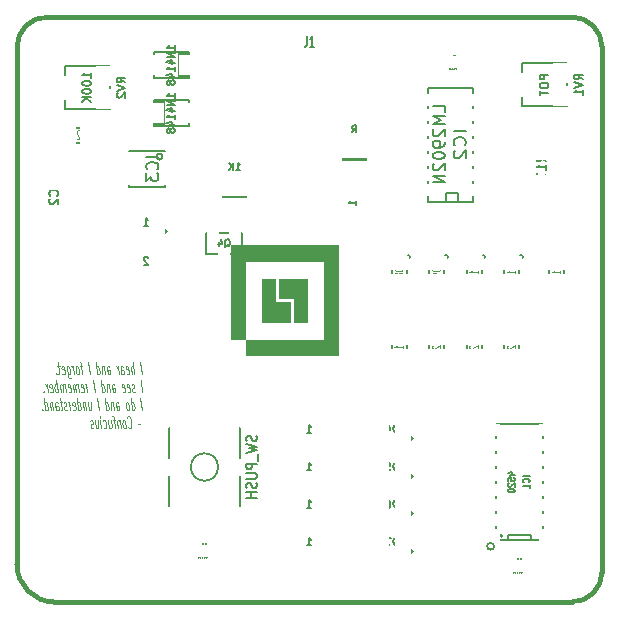
<source format=gbo>
G04 (created by PCBNEW (2013-mar-13)-testing) date Mon 25 Mar 2013 11:27:55 CET*
%MOIN*%
G04 Gerber Fmt 3.4, Leading zero omitted, Abs format*
%FSLAX34Y34*%
G01*
G70*
G90*
G04 APERTURE LIST*
%ADD10C,2.3622e-06*%
%ADD11C,0.0049*%
%ADD12C,0.015*%
%ADD13C,0.005*%
%ADD14C,0.0059*%
%ADD15C,0.006*%
%ADD16C,0.0001*%
%ADD17C,0.008*%
%ADD18C,0.007*%
%ADD19C,0.0026*%
%ADD20C,0.0045*%
%ADD21C,0.0055*%
%ADD22C,0.0025*%
%ADD23R,0.055X0.075*%
%ADD24R,0.075X0.055*%
%ADD25R,0.045X0.065*%
%ADD26R,0.065X0.045*%
%ADD27R,0.07X0.036*%
%ADD28C,0.06*%
%ADD29C,0.085*%
%ADD30R,0.075X0.075*%
%ADD31C,0.075*%
%ADD32R,0.0751X0.1342*%
%ADD33R,0.044X0.055*%
%ADD34R,0.0672X0.0672*%
%ADD35R,0.065X0.04*%
%ADD36R,0.0791X0.083*%
%ADD37R,0.0909X0.0672*%
%ADD38R,0.081X0.044*%
%ADD39R,0.1X0.08*%
%ADD40R,0.0357X0.0416*%
G04 APERTURE END LIST*
G54D10*
G54D11*
X52776Y-41828D02*
X52851Y-41828D01*
X52459Y-41921D02*
X52471Y-41940D01*
X52501Y-41959D01*
X52520Y-41959D01*
X52546Y-41940D01*
X52560Y-41903D01*
X52565Y-41865D01*
X52565Y-41790D01*
X52558Y-41734D01*
X52539Y-41659D01*
X52525Y-41621D01*
X52501Y-41584D01*
X52471Y-41565D01*
X52452Y-41565D01*
X52426Y-41584D01*
X52419Y-41603D01*
X52351Y-41959D02*
X52368Y-41940D01*
X52375Y-41921D01*
X52379Y-41884D01*
X52365Y-41771D01*
X52351Y-41734D01*
X52339Y-41715D01*
X52318Y-41696D01*
X52290Y-41696D01*
X52274Y-41715D01*
X52267Y-41734D01*
X52262Y-41771D01*
X52276Y-41884D01*
X52290Y-41921D01*
X52302Y-41940D01*
X52323Y-41959D01*
X52351Y-41959D01*
X52168Y-41696D02*
X52201Y-41959D01*
X52173Y-41734D02*
X52161Y-41715D01*
X52140Y-41696D01*
X52112Y-41696D01*
X52095Y-41715D01*
X52091Y-41753D01*
X52117Y-41959D01*
X52018Y-41696D02*
X51943Y-41696D01*
X52023Y-41959D02*
X51981Y-41621D01*
X51967Y-41584D01*
X51945Y-41565D01*
X51927Y-41565D01*
X51793Y-41696D02*
X51826Y-41959D01*
X51877Y-41696D02*
X51903Y-41903D01*
X51898Y-41940D01*
X51882Y-41959D01*
X51854Y-41959D01*
X51833Y-41940D01*
X51821Y-41921D01*
X51645Y-41940D02*
X51666Y-41959D01*
X51704Y-41959D01*
X51720Y-41940D01*
X51727Y-41921D01*
X51732Y-41884D01*
X51718Y-41771D01*
X51704Y-41734D01*
X51692Y-41715D01*
X51671Y-41696D01*
X51633Y-41696D01*
X51617Y-41715D01*
X51563Y-41959D02*
X51530Y-41696D01*
X51514Y-41565D02*
X51526Y-41584D01*
X51519Y-41603D01*
X51507Y-41584D01*
X51514Y-41565D01*
X51519Y-41603D01*
X51352Y-41696D02*
X51385Y-41959D01*
X51436Y-41696D02*
X51462Y-41903D01*
X51458Y-41940D01*
X51441Y-41959D01*
X51413Y-41959D01*
X51392Y-41940D01*
X51380Y-41921D01*
X51298Y-41940D02*
X51282Y-41959D01*
X51244Y-41959D01*
X51223Y-41940D01*
X51209Y-41903D01*
X51207Y-41884D01*
X51211Y-41846D01*
X51228Y-41828D01*
X51256Y-41828D01*
X51272Y-41809D01*
X51277Y-41771D01*
X51275Y-41753D01*
X51261Y-41715D01*
X51239Y-41696D01*
X51211Y-41696D01*
X51195Y-41715D01*
X52913Y-41359D02*
X52864Y-40965D01*
X52585Y-41359D02*
X52535Y-40965D01*
X52582Y-41340D02*
X52603Y-41359D01*
X52641Y-41359D01*
X52657Y-41340D01*
X52664Y-41321D01*
X52669Y-41284D01*
X52655Y-41171D01*
X52641Y-41134D01*
X52629Y-41115D01*
X52608Y-41096D01*
X52570Y-41096D01*
X52554Y-41115D01*
X52463Y-41359D02*
X52479Y-41340D01*
X52486Y-41321D01*
X52491Y-41284D01*
X52477Y-41171D01*
X52463Y-41134D01*
X52451Y-41115D01*
X52430Y-41096D01*
X52402Y-41096D01*
X52385Y-41115D01*
X52378Y-41134D01*
X52373Y-41171D01*
X52388Y-41284D01*
X52402Y-41321D01*
X52413Y-41340D01*
X52434Y-41359D01*
X52463Y-41359D01*
X52078Y-41359D02*
X52052Y-41153D01*
X52057Y-41115D01*
X52073Y-41096D01*
X52111Y-41096D01*
X52132Y-41115D01*
X52076Y-41340D02*
X52097Y-41359D01*
X52144Y-41359D01*
X52160Y-41340D01*
X52165Y-41303D01*
X52160Y-41265D01*
X52146Y-41228D01*
X52125Y-41209D01*
X52078Y-41209D01*
X52057Y-41190D01*
X51951Y-41096D02*
X51984Y-41359D01*
X51956Y-41134D02*
X51944Y-41115D01*
X51923Y-41096D01*
X51895Y-41096D01*
X51879Y-41115D01*
X51874Y-41153D01*
X51900Y-41359D01*
X51721Y-41359D02*
X51672Y-40965D01*
X51719Y-41340D02*
X51740Y-41359D01*
X51778Y-41359D01*
X51794Y-41340D01*
X51801Y-41321D01*
X51806Y-41284D01*
X51792Y-41171D01*
X51778Y-41134D01*
X51766Y-41115D01*
X51745Y-41096D01*
X51707Y-41096D01*
X51691Y-41115D01*
X51478Y-41359D02*
X51428Y-40965D01*
X51116Y-41096D02*
X51149Y-41359D01*
X51201Y-41096D02*
X51227Y-41303D01*
X51222Y-41340D01*
X51206Y-41359D01*
X51177Y-41359D01*
X51156Y-41340D01*
X51145Y-41321D01*
X51023Y-41096D02*
X51055Y-41359D01*
X51027Y-41134D02*
X51016Y-41115D01*
X50994Y-41096D01*
X50966Y-41096D01*
X50950Y-41115D01*
X50945Y-41153D01*
X50971Y-41359D01*
X50793Y-41359D02*
X50744Y-40965D01*
X50790Y-41340D02*
X50812Y-41359D01*
X50849Y-41359D01*
X50865Y-41340D01*
X50873Y-41321D01*
X50877Y-41284D01*
X50863Y-41171D01*
X50849Y-41134D01*
X50837Y-41115D01*
X50816Y-41096D01*
X50779Y-41096D01*
X50762Y-41115D01*
X50622Y-41340D02*
X50643Y-41359D01*
X50680Y-41359D01*
X50697Y-41340D01*
X50701Y-41303D01*
X50683Y-41153D01*
X50668Y-41115D01*
X50647Y-41096D01*
X50610Y-41096D01*
X50593Y-41115D01*
X50589Y-41153D01*
X50593Y-41190D01*
X50692Y-41228D01*
X50530Y-41359D02*
X50497Y-41096D01*
X50507Y-41171D02*
X50493Y-41134D01*
X50481Y-41115D01*
X50460Y-41096D01*
X50441Y-41096D01*
X50415Y-41340D02*
X50399Y-41359D01*
X50361Y-41359D01*
X50340Y-41340D01*
X50326Y-41303D01*
X50324Y-41284D01*
X50328Y-41246D01*
X50345Y-41228D01*
X50373Y-41228D01*
X50389Y-41209D01*
X50394Y-41171D01*
X50392Y-41153D01*
X50378Y-41115D01*
X50357Y-41096D01*
X50328Y-41096D01*
X50312Y-41115D01*
X50244Y-41096D02*
X50169Y-41096D01*
X50199Y-40965D02*
X50242Y-41303D01*
X50237Y-41340D01*
X50221Y-41359D01*
X50202Y-41359D01*
X50052Y-41359D02*
X50026Y-41153D01*
X50031Y-41115D01*
X50047Y-41096D01*
X50085Y-41096D01*
X50106Y-41115D01*
X50049Y-41340D02*
X50070Y-41359D01*
X50117Y-41359D01*
X50134Y-41340D01*
X50138Y-41303D01*
X50134Y-41265D01*
X50120Y-41228D01*
X50099Y-41209D01*
X50052Y-41209D01*
X50031Y-41190D01*
X49925Y-41096D02*
X49958Y-41359D01*
X49930Y-41134D02*
X49918Y-41115D01*
X49897Y-41096D01*
X49869Y-41096D01*
X49852Y-41115D01*
X49848Y-41153D01*
X49873Y-41359D01*
X49695Y-41359D02*
X49646Y-40965D01*
X49693Y-41340D02*
X49714Y-41359D01*
X49751Y-41359D01*
X49768Y-41340D01*
X49775Y-41321D01*
X49780Y-41284D01*
X49766Y-41171D01*
X49751Y-41134D01*
X49740Y-41115D01*
X49719Y-41096D01*
X49681Y-41096D01*
X49665Y-41115D01*
X49597Y-41321D02*
X49590Y-41340D01*
X49601Y-41359D01*
X49608Y-41340D01*
X49597Y-41321D01*
X49601Y-41359D01*
X52903Y-40159D02*
X52854Y-39765D01*
X52659Y-40159D02*
X52610Y-39765D01*
X52575Y-40159D02*
X52549Y-39953D01*
X52554Y-39915D01*
X52570Y-39896D01*
X52599Y-39896D01*
X52620Y-39915D01*
X52631Y-39934D01*
X52404Y-40140D02*
X52425Y-40159D01*
X52462Y-40159D01*
X52479Y-40140D01*
X52484Y-40103D01*
X52465Y-39953D01*
X52451Y-39915D01*
X52430Y-39896D01*
X52392Y-39896D01*
X52376Y-39915D01*
X52371Y-39953D01*
X52376Y-39990D01*
X52474Y-40028D01*
X52228Y-40159D02*
X52202Y-39953D01*
X52207Y-39915D01*
X52223Y-39896D01*
X52261Y-39896D01*
X52282Y-39915D01*
X52226Y-40140D02*
X52247Y-40159D01*
X52294Y-40159D01*
X52310Y-40140D01*
X52315Y-40103D01*
X52310Y-40065D01*
X52296Y-40028D01*
X52275Y-40009D01*
X52228Y-40009D01*
X52207Y-39990D01*
X52134Y-40159D02*
X52101Y-39896D01*
X52111Y-39971D02*
X52097Y-39934D01*
X52085Y-39915D01*
X52064Y-39896D01*
X52045Y-39896D01*
X51778Y-40159D02*
X51752Y-39953D01*
X51757Y-39915D01*
X51773Y-39896D01*
X51811Y-39896D01*
X51832Y-39915D01*
X51775Y-40140D02*
X51796Y-40159D01*
X51843Y-40159D01*
X51860Y-40140D01*
X51864Y-40103D01*
X51860Y-40065D01*
X51846Y-40028D01*
X51825Y-40009D01*
X51778Y-40009D01*
X51757Y-39990D01*
X51651Y-39896D02*
X51684Y-40159D01*
X51656Y-39934D02*
X51644Y-39915D01*
X51623Y-39896D01*
X51595Y-39896D01*
X51578Y-39915D01*
X51574Y-39953D01*
X51599Y-40159D01*
X51421Y-40159D02*
X51372Y-39765D01*
X51419Y-40140D02*
X51440Y-40159D01*
X51477Y-40159D01*
X51494Y-40140D01*
X51501Y-40121D01*
X51506Y-40084D01*
X51492Y-39971D01*
X51477Y-39934D01*
X51466Y-39915D01*
X51445Y-39896D01*
X51407Y-39896D01*
X51391Y-39915D01*
X51177Y-40159D02*
X51128Y-39765D01*
X50929Y-39896D02*
X50854Y-39896D01*
X50933Y-40159D02*
X50891Y-39821D01*
X50877Y-39784D01*
X50856Y-39765D01*
X50837Y-39765D01*
X50793Y-40159D02*
X50809Y-40140D01*
X50816Y-40121D01*
X50821Y-40084D01*
X50807Y-39971D01*
X50793Y-39934D01*
X50781Y-39915D01*
X50760Y-39896D01*
X50732Y-39896D01*
X50715Y-39915D01*
X50708Y-39934D01*
X50704Y-39971D01*
X50718Y-40084D01*
X50732Y-40121D01*
X50743Y-40140D01*
X50765Y-40159D01*
X50793Y-40159D01*
X50643Y-40159D02*
X50610Y-39896D01*
X50619Y-39971D02*
X50605Y-39934D01*
X50593Y-39915D01*
X50572Y-39896D01*
X50553Y-39896D01*
X50403Y-39896D02*
X50443Y-40215D01*
X50457Y-40253D01*
X50469Y-40272D01*
X50490Y-40290D01*
X50518Y-40290D01*
X50535Y-40272D01*
X50434Y-40140D02*
X50455Y-40159D01*
X50492Y-40159D01*
X50509Y-40140D01*
X50516Y-40121D01*
X50521Y-40084D01*
X50507Y-39971D01*
X50492Y-39934D01*
X50481Y-39915D01*
X50460Y-39896D01*
X50422Y-39896D01*
X50406Y-39915D01*
X50265Y-40140D02*
X50286Y-40159D01*
X50324Y-40159D01*
X50340Y-40140D01*
X50345Y-40103D01*
X50326Y-39953D01*
X50312Y-39915D01*
X50291Y-39896D01*
X50253Y-39896D01*
X50237Y-39915D01*
X50232Y-39953D01*
X50237Y-39990D01*
X50335Y-40028D01*
X50169Y-39896D02*
X50094Y-39896D01*
X50124Y-39765D02*
X50166Y-40103D01*
X50162Y-40140D01*
X50145Y-40159D01*
X50127Y-40159D01*
X50056Y-40121D02*
X50049Y-40140D01*
X50061Y-40159D01*
X50068Y-40140D01*
X50056Y-40121D01*
X50061Y-40159D01*
X52919Y-40759D02*
X52870Y-40365D01*
X52682Y-40740D02*
X52666Y-40759D01*
X52628Y-40759D01*
X52607Y-40740D01*
X52593Y-40703D01*
X52591Y-40684D01*
X52596Y-40646D01*
X52612Y-40628D01*
X52640Y-40628D01*
X52656Y-40609D01*
X52661Y-40571D01*
X52659Y-40553D01*
X52645Y-40515D01*
X52624Y-40496D01*
X52596Y-40496D01*
X52579Y-40515D01*
X52438Y-40740D02*
X52459Y-40759D01*
X52497Y-40759D01*
X52513Y-40740D01*
X52518Y-40703D01*
X52499Y-40553D01*
X52485Y-40515D01*
X52464Y-40496D01*
X52427Y-40496D01*
X52410Y-40515D01*
X52406Y-40553D01*
X52410Y-40590D01*
X52509Y-40628D01*
X52270Y-40740D02*
X52291Y-40759D01*
X52328Y-40759D01*
X52345Y-40740D01*
X52349Y-40703D01*
X52330Y-40553D01*
X52316Y-40515D01*
X52295Y-40496D01*
X52258Y-40496D01*
X52241Y-40515D01*
X52237Y-40553D01*
X52241Y-40590D01*
X52340Y-40628D01*
X51944Y-40759D02*
X51918Y-40553D01*
X51922Y-40515D01*
X51939Y-40496D01*
X51976Y-40496D01*
X51997Y-40515D01*
X51941Y-40740D02*
X51962Y-40759D01*
X52009Y-40759D01*
X52026Y-40740D01*
X52030Y-40703D01*
X52026Y-40665D01*
X52012Y-40628D01*
X51990Y-40609D01*
X51944Y-40609D01*
X51922Y-40590D01*
X51817Y-40496D02*
X51850Y-40759D01*
X51822Y-40534D02*
X51810Y-40515D01*
X51789Y-40496D01*
X51761Y-40496D01*
X51744Y-40515D01*
X51739Y-40553D01*
X51765Y-40759D01*
X51587Y-40759D02*
X51538Y-40365D01*
X51585Y-40740D02*
X51606Y-40759D01*
X51643Y-40759D01*
X51660Y-40740D01*
X51667Y-40721D01*
X51671Y-40684D01*
X51657Y-40571D01*
X51643Y-40534D01*
X51632Y-40515D01*
X51611Y-40496D01*
X51573Y-40496D01*
X51557Y-40515D01*
X51343Y-40759D02*
X51294Y-40365D01*
X51099Y-40759D02*
X51066Y-40496D01*
X51076Y-40571D02*
X51062Y-40534D01*
X51050Y-40515D01*
X51029Y-40496D01*
X51010Y-40496D01*
X50900Y-40740D02*
X50921Y-40759D01*
X50959Y-40759D01*
X50975Y-40740D01*
X50980Y-40703D01*
X50961Y-40553D01*
X50947Y-40515D01*
X50926Y-40496D01*
X50888Y-40496D01*
X50872Y-40515D01*
X50867Y-40553D01*
X50872Y-40590D01*
X50970Y-40628D01*
X50808Y-40759D02*
X50776Y-40496D01*
X50780Y-40534D02*
X50769Y-40515D01*
X50747Y-40496D01*
X50719Y-40496D01*
X50703Y-40515D01*
X50698Y-40553D01*
X50724Y-40759D01*
X50698Y-40553D02*
X50684Y-40515D01*
X50663Y-40496D01*
X50635Y-40496D01*
X50618Y-40515D01*
X50614Y-40553D01*
X50640Y-40759D01*
X50468Y-40740D02*
X50489Y-40759D01*
X50527Y-40759D01*
X50543Y-40740D01*
X50548Y-40703D01*
X50529Y-40553D01*
X50515Y-40515D01*
X50494Y-40496D01*
X50457Y-40496D01*
X50440Y-40515D01*
X50436Y-40553D01*
X50440Y-40590D01*
X50539Y-40628D01*
X50377Y-40759D02*
X50344Y-40496D01*
X50349Y-40534D02*
X50337Y-40515D01*
X50316Y-40496D01*
X50288Y-40496D01*
X50271Y-40515D01*
X50267Y-40553D01*
X50292Y-40759D01*
X50267Y-40553D02*
X50253Y-40515D01*
X50232Y-40496D01*
X50203Y-40496D01*
X50187Y-40515D01*
X50182Y-40553D01*
X50208Y-40759D01*
X50114Y-40759D02*
X50065Y-40365D01*
X50084Y-40515D02*
X50063Y-40496D01*
X50025Y-40496D01*
X50009Y-40515D01*
X50002Y-40534D01*
X49997Y-40571D01*
X50011Y-40684D01*
X50025Y-40721D01*
X50037Y-40740D01*
X50058Y-40759D01*
X50095Y-40759D01*
X50112Y-40740D01*
X49859Y-40740D02*
X49880Y-40759D01*
X49917Y-40759D01*
X49934Y-40740D01*
X49938Y-40703D01*
X49920Y-40553D01*
X49906Y-40515D01*
X49884Y-40496D01*
X49847Y-40496D01*
X49830Y-40515D01*
X49826Y-40553D01*
X49830Y-40590D01*
X49929Y-40628D01*
X49767Y-40759D02*
X49734Y-40496D01*
X49744Y-40571D02*
X49730Y-40534D01*
X49718Y-40515D01*
X49697Y-40496D01*
X49678Y-40496D01*
X49641Y-40721D02*
X49633Y-40740D01*
X49645Y-40759D01*
X49652Y-40740D01*
X49641Y-40721D01*
X49645Y-40759D01*
G54D12*
X67250Y-28250D02*
X49750Y-28250D01*
X68250Y-46750D02*
X68250Y-29250D01*
X68250Y-29250D02*
G75*
G03X67250Y-28250I-1000J0D01*
G74*
G01*
X50000Y-47750D02*
X67250Y-47750D01*
X48750Y-46500D02*
X48750Y-29250D01*
X48750Y-46500D02*
G75*
G03X50000Y-47750I1250J0D01*
G74*
G01*
X67250Y-47750D02*
G75*
G03X68250Y-46750I0J1000D01*
G74*
G01*
X49750Y-28250D02*
G75*
G03X48750Y-29250I0J-1000D01*
G74*
G01*
G54D13*
X52850Y-36100D02*
X52450Y-36100D01*
X52450Y-36100D02*
X52450Y-36700D01*
X52450Y-36700D02*
X52850Y-36700D01*
X53250Y-36700D02*
X53650Y-36700D01*
X53650Y-36700D02*
X53650Y-36100D01*
X53650Y-36100D02*
X53250Y-36100D01*
X59650Y-34650D02*
X59650Y-35050D01*
X59650Y-35050D02*
X60250Y-35050D01*
X60250Y-35050D02*
X60250Y-34650D01*
X60250Y-34250D02*
X60250Y-33850D01*
X60250Y-33850D02*
X59650Y-33850D01*
X59650Y-33850D02*
X59650Y-34250D01*
X50350Y-32450D02*
X51250Y-32450D01*
X51250Y-32450D02*
X51250Y-31950D01*
X51250Y-31950D02*
X50350Y-31950D01*
X50350Y-31950D02*
X50350Y-32450D01*
G54D14*
X65620Y-36250D02*
G75*
G03X65620Y-36250I-70J0D01*
G74*
G01*
G54D13*
X65000Y-36300D02*
X65000Y-37200D01*
X65000Y-37200D02*
X65500Y-37200D01*
X65500Y-37200D02*
X65500Y-36300D01*
X65500Y-36300D02*
X65000Y-36300D01*
G54D14*
X64370Y-36250D02*
G75*
G03X64370Y-36250I-70J0D01*
G74*
G01*
G54D13*
X63750Y-36300D02*
X63750Y-37200D01*
X63750Y-37200D02*
X64250Y-37200D01*
X64250Y-37200D02*
X64250Y-36300D01*
X64250Y-36300D02*
X63750Y-36300D01*
G54D14*
X63120Y-36250D02*
G75*
G03X63120Y-36250I-70J0D01*
G74*
G01*
G54D13*
X62500Y-36300D02*
X62500Y-37200D01*
X62500Y-37200D02*
X63000Y-37200D01*
X63000Y-37200D02*
X63000Y-36300D01*
X63000Y-36300D02*
X62500Y-36300D01*
G54D14*
X61870Y-36250D02*
G75*
G03X61870Y-36250I-70J0D01*
G74*
G01*
G54D13*
X61250Y-36300D02*
X61250Y-37200D01*
X61250Y-37200D02*
X61750Y-37200D01*
X61750Y-37200D02*
X61750Y-36300D01*
X61750Y-36300D02*
X61250Y-36300D01*
X58700Y-42300D02*
X59100Y-42300D01*
X59100Y-42300D02*
X59100Y-41700D01*
X59100Y-41700D02*
X58700Y-41700D01*
X58300Y-41700D02*
X57900Y-41700D01*
X57900Y-41700D02*
X57900Y-42300D01*
X57900Y-42300D02*
X58300Y-42300D01*
X58700Y-43550D02*
X59100Y-43550D01*
X59100Y-43550D02*
X59100Y-42950D01*
X59100Y-42950D02*
X58700Y-42950D01*
X58300Y-42950D02*
X57900Y-42950D01*
X57900Y-42950D02*
X57900Y-43550D01*
X57900Y-43550D02*
X58300Y-43550D01*
X58700Y-44800D02*
X59100Y-44800D01*
X59100Y-44800D02*
X59100Y-44200D01*
X59100Y-44200D02*
X58700Y-44200D01*
X58300Y-44200D02*
X57900Y-44200D01*
X57900Y-44200D02*
X57900Y-44800D01*
X57900Y-44800D02*
X58300Y-44800D01*
X58700Y-46050D02*
X59100Y-46050D01*
X59100Y-46050D02*
X59100Y-45450D01*
X59100Y-45450D02*
X58700Y-45450D01*
X58300Y-45450D02*
X57900Y-45450D01*
X57900Y-45450D02*
X57900Y-46050D01*
X57900Y-46050D02*
X58300Y-46050D01*
G54D15*
X53600Y-32900D02*
G75*
G03X53600Y-32900I-100J0D01*
G74*
G01*
X53700Y-33900D02*
X53700Y-32700D01*
X53700Y-32700D02*
X52500Y-32700D01*
X52500Y-32700D02*
X52500Y-33900D01*
X52500Y-33900D02*
X53700Y-33900D01*
G54D16*
G36*
X56386Y-39550D02*
X56386Y-39006D01*
X58985Y-39006D01*
X58985Y-36407D01*
X56386Y-36407D01*
X56386Y-39006D01*
X55871Y-39006D01*
X55871Y-35865D01*
X59500Y-35865D01*
X59500Y-39550D01*
X58985Y-39550D01*
X58985Y-39006D01*
X58985Y-39550D01*
X56386Y-39550D01*
X56386Y-39550D01*
G37*
G36*
X57985Y-38436D02*
X57985Y-37636D01*
X57500Y-37636D01*
X57500Y-36980D01*
X58443Y-36980D01*
X58443Y-38436D01*
X57985Y-38436D01*
X57985Y-38436D01*
G37*
G36*
X56929Y-38436D02*
X56929Y-36980D01*
X57384Y-36980D01*
X57400Y-37736D01*
X57900Y-37752D01*
X57900Y-38436D01*
X56929Y-38436D01*
X56929Y-38436D01*
G37*
G54D17*
X56181Y-44549D02*
X56181Y-43565D01*
X56181Y-44549D02*
X56063Y-44549D01*
X56181Y-41951D02*
X56181Y-42935D01*
X56181Y-41951D02*
X56063Y-41951D01*
X53819Y-41951D02*
X53819Y-42935D01*
X53819Y-41951D02*
X53937Y-41951D01*
X53819Y-44549D02*
X53819Y-43565D01*
X53819Y-44549D02*
X53937Y-44549D01*
X55456Y-43250D02*
G75*
G03X55456Y-43250I-456J0D01*
G74*
G01*
G54D15*
X55414Y-35446D02*
X55886Y-35446D01*
X55138Y-36154D02*
X55532Y-36154D01*
X56162Y-36154D02*
X55768Y-36154D01*
X55059Y-36154D02*
X55138Y-36154D01*
X55059Y-36154D02*
X55059Y-35446D01*
X55059Y-35446D02*
X55138Y-35446D01*
X56241Y-35446D02*
X56162Y-35446D01*
X56241Y-36154D02*
X56162Y-36154D01*
X56241Y-35446D02*
X56241Y-36154D01*
G54D18*
X54136Y-29417D02*
X54136Y-30283D01*
X54176Y-30244D02*
X54491Y-30244D01*
X54491Y-30165D02*
X54176Y-30165D01*
X54176Y-30204D02*
X54491Y-30204D01*
X54491Y-30126D02*
X54176Y-30126D01*
X54491Y-29574D02*
X54176Y-29574D01*
X54176Y-29535D02*
X54491Y-29535D01*
X54491Y-29496D02*
X54176Y-29496D01*
X54176Y-29456D02*
X54491Y-29456D01*
X54176Y-29417D02*
X54176Y-30283D01*
X54491Y-30283D02*
X54491Y-30126D01*
X54491Y-29417D02*
X54491Y-29574D01*
X53309Y-29417D02*
X53309Y-29574D01*
X53309Y-30283D02*
X53309Y-30126D01*
X54491Y-30283D02*
X53309Y-30283D01*
X54491Y-29417D02*
X53309Y-29417D01*
X53664Y-31883D02*
X53664Y-31017D01*
X53624Y-31056D02*
X53309Y-31056D01*
X53309Y-31135D02*
X53624Y-31135D01*
X53624Y-31096D02*
X53309Y-31096D01*
X53309Y-31174D02*
X53624Y-31174D01*
X53309Y-31726D02*
X53624Y-31726D01*
X53624Y-31765D02*
X53309Y-31765D01*
X53309Y-31804D02*
X53624Y-31804D01*
X53624Y-31844D02*
X53309Y-31844D01*
X53624Y-31883D02*
X53624Y-31017D01*
X53309Y-31017D02*
X53309Y-31174D01*
X53309Y-31883D02*
X53309Y-31726D01*
X54491Y-31883D02*
X54491Y-31726D01*
X54491Y-31017D02*
X54491Y-31174D01*
X53309Y-31017D02*
X54491Y-31017D01*
X53309Y-31883D02*
X54491Y-31883D01*
G54D17*
X63950Y-34400D02*
X63950Y-30600D01*
X63950Y-30600D02*
X62450Y-30600D01*
X62450Y-30600D02*
X62450Y-34400D01*
X62450Y-34400D02*
X63950Y-34400D01*
X63450Y-34400D02*
X63450Y-34100D01*
X63450Y-34100D02*
X63050Y-34100D01*
X63050Y-34100D02*
X63050Y-34400D01*
X50350Y-31309D02*
X50350Y-30954D01*
X50350Y-29891D02*
X50350Y-30246D01*
X51846Y-31309D02*
X51846Y-31269D01*
X51846Y-29891D02*
X51846Y-29931D01*
X51846Y-30482D02*
X51846Y-30718D01*
X50350Y-31309D02*
X51846Y-31309D01*
X50350Y-29891D02*
X51846Y-29891D01*
X65600Y-31209D02*
X65600Y-30854D01*
X65600Y-29791D02*
X65600Y-30146D01*
X67096Y-31209D02*
X67096Y-31169D01*
X67096Y-29791D02*
X67096Y-29831D01*
X67096Y-30382D02*
X67096Y-30618D01*
X65600Y-31209D02*
X67096Y-31209D01*
X65600Y-29791D02*
X67096Y-29791D01*
X59606Y-33004D02*
X59606Y-32335D01*
X60394Y-33004D02*
X60394Y-32335D01*
X59606Y-31094D02*
X59606Y-31665D01*
X60394Y-31094D02*
X60394Y-31665D01*
X59606Y-33004D02*
X60394Y-33004D01*
X60394Y-32965D02*
X59606Y-32965D01*
X59606Y-31094D02*
X60394Y-31094D01*
X59606Y-32906D02*
X60394Y-32906D01*
X55606Y-34254D02*
X55606Y-33585D01*
X56394Y-34254D02*
X56394Y-33585D01*
X55606Y-32344D02*
X55606Y-32915D01*
X56394Y-32344D02*
X56394Y-32915D01*
X55606Y-34254D02*
X56394Y-34254D01*
X56394Y-34215D02*
X55606Y-34215D01*
X55606Y-32344D02*
X56394Y-32344D01*
X55606Y-34156D02*
X56394Y-34156D01*
X64934Y-45542D02*
G75*
G03X64934Y-45542I-44J0D01*
G74*
G01*
X64651Y-45895D02*
G75*
G03X64651Y-45895I-115J0D01*
G74*
G01*
X65894Y-45699D02*
X65894Y-45522D01*
X65894Y-45522D02*
X65106Y-45522D01*
X65106Y-45522D02*
X65106Y-45699D01*
X64732Y-41801D02*
X64732Y-45699D01*
X66268Y-45699D02*
X66268Y-41801D01*
X66268Y-45699D02*
X64732Y-45699D01*
X66268Y-41801D02*
X64732Y-41801D01*
G54D13*
X61950Y-46050D02*
G75*
G03X61950Y-46050I-50J0D01*
G74*
G01*
X61450Y-46050D02*
X61850Y-46050D01*
X61850Y-46050D02*
X61850Y-45450D01*
X61850Y-45450D02*
X61450Y-45450D01*
X61050Y-45450D02*
X60650Y-45450D01*
X60650Y-45450D02*
X60650Y-46050D01*
X60650Y-46050D02*
X61050Y-46050D01*
X61950Y-44800D02*
G75*
G03X61950Y-44800I-50J0D01*
G74*
G01*
X61450Y-44800D02*
X61850Y-44800D01*
X61850Y-44800D02*
X61850Y-44200D01*
X61850Y-44200D02*
X61450Y-44200D01*
X61050Y-44200D02*
X60650Y-44200D01*
X60650Y-44200D02*
X60650Y-44800D01*
X60650Y-44800D02*
X61050Y-44800D01*
X61950Y-43550D02*
G75*
G03X61950Y-43550I-50J0D01*
G74*
G01*
X61450Y-43550D02*
X61850Y-43550D01*
X61850Y-43550D02*
X61850Y-42950D01*
X61850Y-42950D02*
X61450Y-42950D01*
X61050Y-42950D02*
X60650Y-42950D01*
X60650Y-42950D02*
X60650Y-43550D01*
X60650Y-43550D02*
X61050Y-43550D01*
X61950Y-42300D02*
G75*
G03X61950Y-42300I-50J0D01*
G74*
G01*
X61450Y-42300D02*
X61850Y-42300D01*
X61850Y-42300D02*
X61850Y-41700D01*
X61850Y-41700D02*
X61450Y-41700D01*
X61050Y-41700D02*
X60650Y-41700D01*
X60650Y-41700D02*
X60650Y-42300D01*
X60650Y-42300D02*
X61050Y-42300D01*
X61750Y-39700D02*
X61750Y-38800D01*
X61750Y-38800D02*
X61250Y-38800D01*
X61250Y-38800D02*
X61250Y-39700D01*
X61250Y-39700D02*
X61750Y-39700D01*
X63000Y-39700D02*
X63000Y-38800D01*
X63000Y-38800D02*
X62500Y-38800D01*
X62500Y-38800D02*
X62500Y-39700D01*
X62500Y-39700D02*
X63000Y-39700D01*
X64250Y-39700D02*
X64250Y-38800D01*
X64250Y-38800D02*
X63750Y-38800D01*
X63750Y-38800D02*
X63750Y-39700D01*
X63750Y-39700D02*
X64250Y-39700D01*
X65500Y-39700D02*
X65500Y-38800D01*
X65500Y-38800D02*
X65000Y-38800D01*
X65000Y-38800D02*
X65000Y-39700D01*
X65000Y-39700D02*
X65500Y-39700D01*
X66500Y-36300D02*
X66500Y-37200D01*
X66500Y-37200D02*
X67000Y-37200D01*
X67000Y-37200D02*
X67000Y-36300D01*
X67000Y-36300D02*
X66500Y-36300D01*
X49550Y-33250D02*
X50450Y-33250D01*
X50450Y-33250D02*
X50450Y-33900D01*
X49550Y-34600D02*
X49550Y-35250D01*
X49550Y-35250D02*
X50450Y-35250D01*
X50450Y-35250D02*
X50450Y-34600D01*
X49550Y-33900D02*
X49550Y-33250D01*
X65800Y-32250D02*
X66700Y-32250D01*
X66700Y-32250D02*
X66700Y-32900D01*
X65800Y-33600D02*
X65800Y-34250D01*
X65800Y-34250D02*
X66700Y-34250D01*
X66700Y-34250D02*
X66700Y-33600D01*
X65800Y-32900D02*
X65800Y-32250D01*
G54D19*
X65795Y-46687D02*
X65225Y-46687D01*
X65225Y-46687D02*
X65225Y-46413D01*
X65795Y-46413D02*
X65225Y-46413D01*
X65795Y-46687D02*
X65795Y-46413D01*
G54D13*
X65700Y-46450D02*
X65300Y-46450D01*
X65300Y-46450D02*
X65300Y-46650D01*
X65300Y-46650D02*
X65700Y-46650D01*
X65700Y-46650D02*
X65700Y-46450D01*
X65618Y-46452D02*
X65618Y-46648D01*
G54D19*
X62955Y-29613D02*
X63525Y-29613D01*
X63525Y-29613D02*
X63525Y-29887D01*
X62955Y-29887D02*
X63525Y-29887D01*
X62955Y-29613D02*
X62955Y-29887D01*
G54D13*
X63050Y-29850D02*
X63450Y-29850D01*
X63450Y-29850D02*
X63450Y-29650D01*
X63450Y-29650D02*
X63050Y-29650D01*
X63050Y-29650D02*
X63050Y-29850D01*
X63132Y-29848D02*
X63132Y-29652D01*
G54D19*
X55295Y-46187D02*
X54725Y-46187D01*
X54725Y-46187D02*
X54725Y-45913D01*
X55295Y-45913D02*
X54725Y-45913D01*
X55295Y-46187D02*
X55295Y-45913D01*
G54D13*
X55200Y-45950D02*
X54800Y-45950D01*
X54800Y-45950D02*
X54800Y-46150D01*
X54800Y-46150D02*
X55200Y-46150D01*
X55200Y-46150D02*
X55200Y-45950D01*
X55118Y-45952D02*
X55118Y-46148D01*
X53750Y-35400D02*
G75*
G03X53750Y-35400I-50J0D01*
G74*
G01*
X53250Y-35400D02*
X53650Y-35400D01*
X53650Y-35400D02*
X53650Y-34800D01*
X53650Y-34800D02*
X53250Y-34800D01*
X52850Y-34800D02*
X52450Y-34800D01*
X52450Y-34800D02*
X52450Y-35400D01*
X52450Y-35400D02*
X52850Y-35400D01*
X53210Y-36501D02*
X53294Y-36382D01*
X53353Y-36501D02*
X53353Y-36251D01*
X53258Y-36251D01*
X53234Y-36263D01*
X53222Y-36275D01*
X53210Y-36298D01*
X53210Y-36334D01*
X53222Y-36358D01*
X53234Y-36370D01*
X53258Y-36382D01*
X53353Y-36382D01*
X53115Y-36275D02*
X53103Y-36263D01*
X53079Y-36251D01*
X53020Y-36251D01*
X52996Y-36263D01*
X52984Y-36275D01*
X52972Y-36298D01*
X52972Y-36322D01*
X52984Y-36358D01*
X53127Y-36501D01*
X52972Y-36501D01*
X52889Y-36251D02*
X52734Y-36251D01*
X52817Y-36346D01*
X52782Y-36346D01*
X52758Y-36358D01*
X52746Y-36370D01*
X52734Y-36394D01*
X52734Y-36453D01*
X52746Y-36477D01*
X52758Y-36489D01*
X52782Y-36501D01*
X52853Y-36501D01*
X52877Y-36489D01*
X52889Y-36477D01*
X60051Y-34289D02*
X59932Y-34205D01*
X60051Y-34146D02*
X59801Y-34146D01*
X59801Y-34241D01*
X59813Y-34265D01*
X59825Y-34277D01*
X59848Y-34289D01*
X59884Y-34289D01*
X59908Y-34277D01*
X59920Y-34265D01*
X59932Y-34241D01*
X59932Y-34146D01*
X60051Y-34527D02*
X60051Y-34384D01*
X60051Y-34455D02*
X59801Y-34455D01*
X59836Y-34432D01*
X59860Y-34408D01*
X59872Y-34384D01*
X59884Y-34741D02*
X60051Y-34741D01*
X59789Y-34682D02*
X59967Y-34622D01*
X59967Y-34777D01*
G54D20*
X50915Y-32313D02*
X50975Y-32180D01*
X51018Y-32313D02*
X51018Y-32033D01*
X50950Y-32033D01*
X50932Y-32046D01*
X50924Y-32060D01*
X50915Y-32086D01*
X50915Y-32126D01*
X50924Y-32153D01*
X50932Y-32166D01*
X50950Y-32180D01*
X51018Y-32180D01*
X50847Y-32060D02*
X50838Y-32046D01*
X50821Y-32033D01*
X50778Y-32033D01*
X50761Y-32046D01*
X50752Y-32060D01*
X50744Y-32086D01*
X50744Y-32113D01*
X50752Y-32153D01*
X50855Y-32313D01*
X50744Y-32313D01*
X50590Y-32126D02*
X50590Y-32313D01*
X50632Y-32020D02*
X50675Y-32220D01*
X50564Y-32220D01*
X65363Y-36531D02*
X65083Y-36531D01*
X65083Y-36574D01*
X65096Y-36600D01*
X65123Y-36617D01*
X65150Y-36625D01*
X65203Y-36634D01*
X65243Y-36634D01*
X65296Y-36625D01*
X65323Y-36617D01*
X65350Y-36600D01*
X65363Y-36574D01*
X65363Y-36531D01*
X65363Y-36805D02*
X65363Y-36702D01*
X65363Y-36754D02*
X65083Y-36754D01*
X65123Y-36737D01*
X65150Y-36720D01*
X65163Y-36702D01*
X65363Y-36977D02*
X65363Y-36874D01*
X65363Y-36925D02*
X65083Y-36925D01*
X65123Y-36908D01*
X65150Y-36891D01*
X65163Y-36874D01*
X64113Y-36531D02*
X63833Y-36531D01*
X63833Y-36574D01*
X63846Y-36600D01*
X63873Y-36617D01*
X63900Y-36625D01*
X63953Y-36634D01*
X63993Y-36634D01*
X64046Y-36625D01*
X64073Y-36617D01*
X64100Y-36600D01*
X64113Y-36574D01*
X64113Y-36531D01*
X64113Y-36805D02*
X64113Y-36702D01*
X64113Y-36754D02*
X63833Y-36754D01*
X63873Y-36737D01*
X63900Y-36720D01*
X63913Y-36702D01*
X63833Y-36917D02*
X63833Y-36934D01*
X63846Y-36951D01*
X63860Y-36960D01*
X63886Y-36968D01*
X63940Y-36977D01*
X64006Y-36977D01*
X64060Y-36968D01*
X64086Y-36960D01*
X64100Y-36951D01*
X64113Y-36934D01*
X64113Y-36917D01*
X64100Y-36900D01*
X64086Y-36891D01*
X64060Y-36882D01*
X64006Y-36874D01*
X63940Y-36874D01*
X63886Y-36882D01*
X63860Y-36891D01*
X63846Y-36900D01*
X63833Y-36917D01*
X62863Y-36617D02*
X62583Y-36617D01*
X62583Y-36660D01*
X62596Y-36685D01*
X62623Y-36702D01*
X62650Y-36711D01*
X62703Y-36720D01*
X62743Y-36720D01*
X62796Y-36711D01*
X62823Y-36702D01*
X62850Y-36685D01*
X62863Y-36660D01*
X62863Y-36617D01*
X62863Y-36805D02*
X62863Y-36840D01*
X62850Y-36857D01*
X62836Y-36865D01*
X62796Y-36882D01*
X62743Y-36891D01*
X62636Y-36891D01*
X62610Y-36882D01*
X62596Y-36874D01*
X62583Y-36857D01*
X62583Y-36822D01*
X62596Y-36805D01*
X62610Y-36797D01*
X62636Y-36788D01*
X62703Y-36788D01*
X62730Y-36797D01*
X62743Y-36805D01*
X62756Y-36822D01*
X62756Y-36857D01*
X62743Y-36874D01*
X62730Y-36882D01*
X62703Y-36891D01*
X61613Y-36617D02*
X61333Y-36617D01*
X61333Y-36660D01*
X61346Y-36685D01*
X61373Y-36702D01*
X61400Y-36711D01*
X61453Y-36720D01*
X61493Y-36720D01*
X61546Y-36711D01*
X61573Y-36702D01*
X61600Y-36685D01*
X61613Y-36660D01*
X61613Y-36617D01*
X61453Y-36822D02*
X61440Y-36805D01*
X61426Y-36797D01*
X61400Y-36788D01*
X61386Y-36788D01*
X61360Y-36797D01*
X61346Y-36805D01*
X61333Y-36822D01*
X61333Y-36857D01*
X61346Y-36874D01*
X61360Y-36882D01*
X61386Y-36891D01*
X61400Y-36891D01*
X61426Y-36882D01*
X61440Y-36874D01*
X61453Y-36857D01*
X61453Y-36822D01*
X61466Y-36805D01*
X61480Y-36797D01*
X61506Y-36788D01*
X61560Y-36788D01*
X61586Y-36797D01*
X61600Y-36805D01*
X61613Y-36822D01*
X61613Y-36857D01*
X61600Y-36874D01*
X61586Y-36882D01*
X61560Y-36891D01*
X61506Y-36891D01*
X61480Y-36882D01*
X61466Y-36874D01*
X61453Y-36857D01*
G54D13*
X58660Y-42101D02*
X58744Y-41982D01*
X58803Y-42101D02*
X58803Y-41851D01*
X58708Y-41851D01*
X58684Y-41863D01*
X58672Y-41875D01*
X58660Y-41898D01*
X58660Y-41934D01*
X58672Y-41958D01*
X58684Y-41970D01*
X58708Y-41982D01*
X58803Y-41982D01*
X58422Y-42101D02*
X58565Y-42101D01*
X58494Y-42101D02*
X58494Y-41851D01*
X58517Y-41886D01*
X58541Y-41910D01*
X58565Y-41922D01*
X58267Y-41851D02*
X58244Y-41851D01*
X58220Y-41863D01*
X58208Y-41875D01*
X58196Y-41898D01*
X58184Y-41946D01*
X58184Y-42005D01*
X58196Y-42053D01*
X58208Y-42077D01*
X58220Y-42089D01*
X58244Y-42101D01*
X58267Y-42101D01*
X58291Y-42089D01*
X58303Y-42077D01*
X58315Y-42053D01*
X58327Y-42005D01*
X58327Y-41946D01*
X58315Y-41898D01*
X58303Y-41875D01*
X58291Y-41863D01*
X58267Y-41851D01*
X58660Y-43351D02*
X58744Y-43232D01*
X58803Y-43351D02*
X58803Y-43101D01*
X58708Y-43101D01*
X58684Y-43113D01*
X58672Y-43125D01*
X58660Y-43148D01*
X58660Y-43184D01*
X58672Y-43208D01*
X58684Y-43220D01*
X58708Y-43232D01*
X58803Y-43232D01*
X58422Y-43351D02*
X58565Y-43351D01*
X58494Y-43351D02*
X58494Y-43101D01*
X58517Y-43136D01*
X58541Y-43160D01*
X58565Y-43172D01*
X58184Y-43351D02*
X58327Y-43351D01*
X58255Y-43351D02*
X58255Y-43101D01*
X58279Y-43136D01*
X58303Y-43160D01*
X58327Y-43172D01*
X58660Y-44601D02*
X58744Y-44482D01*
X58803Y-44601D02*
X58803Y-44351D01*
X58708Y-44351D01*
X58684Y-44363D01*
X58672Y-44375D01*
X58660Y-44398D01*
X58660Y-44434D01*
X58672Y-44458D01*
X58684Y-44470D01*
X58708Y-44482D01*
X58803Y-44482D01*
X58422Y-44601D02*
X58565Y-44601D01*
X58494Y-44601D02*
X58494Y-44351D01*
X58517Y-44386D01*
X58541Y-44410D01*
X58565Y-44422D01*
X58327Y-44375D02*
X58315Y-44363D01*
X58291Y-44351D01*
X58232Y-44351D01*
X58208Y-44363D01*
X58196Y-44375D01*
X58184Y-44398D01*
X58184Y-44422D01*
X58196Y-44458D01*
X58339Y-44601D01*
X58184Y-44601D01*
X58660Y-45851D02*
X58744Y-45732D01*
X58803Y-45851D02*
X58803Y-45601D01*
X58708Y-45601D01*
X58684Y-45613D01*
X58672Y-45625D01*
X58660Y-45648D01*
X58660Y-45684D01*
X58672Y-45708D01*
X58684Y-45720D01*
X58708Y-45732D01*
X58803Y-45732D01*
X58422Y-45851D02*
X58565Y-45851D01*
X58494Y-45851D02*
X58494Y-45601D01*
X58517Y-45636D01*
X58541Y-45660D01*
X58565Y-45672D01*
X58339Y-45601D02*
X58184Y-45601D01*
X58267Y-45696D01*
X58232Y-45696D01*
X58208Y-45708D01*
X58196Y-45720D01*
X58184Y-45744D01*
X58184Y-45803D01*
X58196Y-45827D01*
X58208Y-45839D01*
X58232Y-45851D01*
X58303Y-45851D01*
X58327Y-45839D01*
X58339Y-45827D01*
G54D15*
X53461Y-32909D02*
X53061Y-32909D01*
X53423Y-33328D02*
X53442Y-33309D01*
X53461Y-33252D01*
X53461Y-33214D01*
X53442Y-33157D01*
X53404Y-33119D01*
X53366Y-33100D01*
X53290Y-33080D01*
X53233Y-33080D01*
X53157Y-33100D01*
X53119Y-33119D01*
X53080Y-33157D01*
X53061Y-33214D01*
X53061Y-33252D01*
X53080Y-33309D01*
X53100Y-33328D01*
X53061Y-33461D02*
X53061Y-33709D01*
X53214Y-33576D01*
X53214Y-33633D01*
X53233Y-33671D01*
X53252Y-33690D01*
X53290Y-33709D01*
X53385Y-33709D01*
X53423Y-33690D01*
X53442Y-33671D01*
X53461Y-33633D01*
X53461Y-33519D01*
X53442Y-33480D01*
X53423Y-33461D01*
G54D21*
X58426Y-28897D02*
X58426Y-29140D01*
X58416Y-29189D01*
X58395Y-29221D01*
X58363Y-29237D01*
X58342Y-29237D01*
X58646Y-29237D02*
X58520Y-29237D01*
X58583Y-29237D02*
X58583Y-28897D01*
X58562Y-28946D01*
X58541Y-28978D01*
X58520Y-28994D01*
G54D17*
X56728Y-42206D02*
X56745Y-42251D01*
X56745Y-42328D01*
X56728Y-42358D01*
X56711Y-42373D01*
X56677Y-42389D01*
X56642Y-42389D01*
X56608Y-42373D01*
X56591Y-42358D01*
X56574Y-42328D01*
X56557Y-42267D01*
X56540Y-42236D01*
X56522Y-42221D01*
X56488Y-42206D01*
X56454Y-42206D01*
X56420Y-42221D01*
X56402Y-42236D01*
X56385Y-42267D01*
X56385Y-42343D01*
X56402Y-42389D01*
X56385Y-42495D02*
X56745Y-42571D01*
X56488Y-42632D01*
X56745Y-42693D01*
X56385Y-42770D01*
X56780Y-42815D02*
X56780Y-43059D01*
X56745Y-43135D02*
X56385Y-43135D01*
X56385Y-43257D01*
X56402Y-43288D01*
X56420Y-43303D01*
X56454Y-43318D01*
X56505Y-43318D01*
X56540Y-43303D01*
X56557Y-43288D01*
X56574Y-43257D01*
X56574Y-43135D01*
X56385Y-43455D02*
X56677Y-43455D01*
X56711Y-43470D01*
X56728Y-43486D01*
X56745Y-43516D01*
X56745Y-43577D01*
X56728Y-43608D01*
X56711Y-43623D01*
X56677Y-43638D01*
X56385Y-43638D01*
X56728Y-43775D02*
X56745Y-43821D01*
X56745Y-43897D01*
X56728Y-43928D01*
X56711Y-43943D01*
X56677Y-43958D01*
X56642Y-43958D01*
X56608Y-43943D01*
X56591Y-43928D01*
X56574Y-43897D01*
X56557Y-43836D01*
X56540Y-43806D01*
X56522Y-43790D01*
X56488Y-43775D01*
X56454Y-43775D01*
X56420Y-43790D01*
X56402Y-43806D01*
X56385Y-43836D01*
X56385Y-43912D01*
X56402Y-43958D01*
X56745Y-44095D02*
X56385Y-44095D01*
X56557Y-44095D02*
X56557Y-44278D01*
X56745Y-44278D02*
X56385Y-44278D01*
G54D15*
X55672Y-35920D02*
X55695Y-35908D01*
X55718Y-35885D01*
X55752Y-35851D01*
X55775Y-35840D01*
X55798Y-35840D01*
X55787Y-35897D02*
X55810Y-35885D01*
X55832Y-35862D01*
X55844Y-35817D01*
X55844Y-35737D01*
X55832Y-35691D01*
X55810Y-35668D01*
X55787Y-35657D01*
X55741Y-35657D01*
X55718Y-35668D01*
X55695Y-35691D01*
X55684Y-35737D01*
X55684Y-35817D01*
X55695Y-35862D01*
X55718Y-35885D01*
X55741Y-35897D01*
X55787Y-35897D01*
X55478Y-35737D02*
X55478Y-35897D01*
X55535Y-35645D02*
X55592Y-35817D01*
X55444Y-35817D01*
X54005Y-29335D02*
X54005Y-29198D01*
X54005Y-29267D02*
X53745Y-29267D01*
X53782Y-29244D01*
X53807Y-29221D01*
X53819Y-29198D01*
X54005Y-29438D02*
X53745Y-29438D01*
X54005Y-29575D01*
X53745Y-29575D01*
X53831Y-29792D02*
X54005Y-29792D01*
X53732Y-29735D02*
X53918Y-29678D01*
X53918Y-29827D01*
X54005Y-30044D02*
X54005Y-29907D01*
X54005Y-29975D02*
X53745Y-29975D01*
X53782Y-29952D01*
X53807Y-29930D01*
X53819Y-29907D01*
X53831Y-30250D02*
X54005Y-30250D01*
X53732Y-30192D02*
X53918Y-30135D01*
X53918Y-30284D01*
X53856Y-30410D02*
X53844Y-30387D01*
X53831Y-30375D01*
X53807Y-30364D01*
X53794Y-30364D01*
X53770Y-30375D01*
X53757Y-30387D01*
X53745Y-30410D01*
X53745Y-30455D01*
X53757Y-30478D01*
X53770Y-30490D01*
X53794Y-30501D01*
X53807Y-30501D01*
X53831Y-30490D01*
X53844Y-30478D01*
X53856Y-30455D01*
X53856Y-30410D01*
X53869Y-30387D01*
X53881Y-30375D01*
X53906Y-30364D01*
X53955Y-30364D01*
X53980Y-30375D01*
X53992Y-30387D01*
X54005Y-30410D01*
X54005Y-30455D01*
X53992Y-30478D01*
X53980Y-30490D01*
X53955Y-30501D01*
X53906Y-30501D01*
X53881Y-30490D01*
X53869Y-30478D01*
X53856Y-30455D01*
X54005Y-30935D02*
X54005Y-30798D01*
X54005Y-30867D02*
X53745Y-30867D01*
X53782Y-30844D01*
X53807Y-30821D01*
X53819Y-30798D01*
X54005Y-31038D02*
X53745Y-31038D01*
X54005Y-31175D01*
X53745Y-31175D01*
X53831Y-31392D02*
X54005Y-31392D01*
X53732Y-31335D02*
X53918Y-31278D01*
X53918Y-31427D01*
X54005Y-31644D02*
X54005Y-31507D01*
X54005Y-31575D02*
X53745Y-31575D01*
X53782Y-31552D01*
X53807Y-31530D01*
X53819Y-31507D01*
X53831Y-31850D02*
X54005Y-31850D01*
X53732Y-31792D02*
X53918Y-31735D01*
X53918Y-31884D01*
X53856Y-32010D02*
X53844Y-31987D01*
X53831Y-31975D01*
X53807Y-31964D01*
X53794Y-31964D01*
X53770Y-31975D01*
X53757Y-31987D01*
X53745Y-32010D01*
X53745Y-32055D01*
X53757Y-32078D01*
X53770Y-32090D01*
X53794Y-32101D01*
X53807Y-32101D01*
X53831Y-32090D01*
X53844Y-32078D01*
X53856Y-32055D01*
X53856Y-32010D01*
X53869Y-31987D01*
X53881Y-31975D01*
X53906Y-31964D01*
X53955Y-31964D01*
X53980Y-31975D01*
X53992Y-31987D01*
X54005Y-32010D01*
X54005Y-32055D01*
X53992Y-32078D01*
X53980Y-32090D01*
X53955Y-32101D01*
X53906Y-32101D01*
X53881Y-32090D01*
X53869Y-32078D01*
X53856Y-32055D01*
G54D13*
X63711Y-32060D02*
X63311Y-32060D01*
X63673Y-32532D02*
X63692Y-32510D01*
X63711Y-32446D01*
X63711Y-32403D01*
X63692Y-32339D01*
X63654Y-32296D01*
X63616Y-32275D01*
X63540Y-32253D01*
X63483Y-32253D01*
X63407Y-32275D01*
X63369Y-32296D01*
X63330Y-32339D01*
X63311Y-32403D01*
X63311Y-32446D01*
X63330Y-32510D01*
X63350Y-32532D01*
X63350Y-32703D02*
X63330Y-32725D01*
X63311Y-32767D01*
X63311Y-32875D01*
X63330Y-32917D01*
X63350Y-32939D01*
X63388Y-32960D01*
X63426Y-32960D01*
X63483Y-32939D01*
X63711Y-32682D01*
X63711Y-32960D01*
X63011Y-31423D02*
X63011Y-31233D01*
X62611Y-31233D01*
X63011Y-31557D02*
X62611Y-31557D01*
X62897Y-31690D01*
X62611Y-31823D01*
X63011Y-31823D01*
X62650Y-31995D02*
X62630Y-32014D01*
X62611Y-32052D01*
X62611Y-32147D01*
X62630Y-32185D01*
X62650Y-32204D01*
X62688Y-32223D01*
X62726Y-32223D01*
X62783Y-32204D01*
X63011Y-31976D01*
X63011Y-32223D01*
X63011Y-32414D02*
X63011Y-32490D01*
X62992Y-32528D01*
X62973Y-32547D01*
X62916Y-32585D01*
X62840Y-32604D01*
X62688Y-32604D01*
X62650Y-32585D01*
X62630Y-32566D01*
X62611Y-32528D01*
X62611Y-32452D01*
X62630Y-32414D01*
X62650Y-32395D01*
X62688Y-32376D01*
X62783Y-32376D01*
X62821Y-32395D01*
X62840Y-32414D01*
X62859Y-32452D01*
X62859Y-32528D01*
X62840Y-32566D01*
X62821Y-32585D01*
X62783Y-32604D01*
X62611Y-32852D02*
X62611Y-32890D01*
X62630Y-32928D01*
X62650Y-32947D01*
X62688Y-32966D01*
X62764Y-32985D01*
X62859Y-32985D01*
X62935Y-32966D01*
X62973Y-32947D01*
X62992Y-32928D01*
X63011Y-32890D01*
X63011Y-32852D01*
X62992Y-32814D01*
X62973Y-32795D01*
X62935Y-32776D01*
X62859Y-32757D01*
X62764Y-32757D01*
X62688Y-32776D01*
X62650Y-32795D01*
X62630Y-32814D01*
X62611Y-32852D01*
X62650Y-33138D02*
X62630Y-33157D01*
X62611Y-33195D01*
X62611Y-33290D01*
X62630Y-33328D01*
X62650Y-33347D01*
X62688Y-33366D01*
X62726Y-33366D01*
X62783Y-33347D01*
X63011Y-33119D01*
X63011Y-33366D01*
X63011Y-33538D02*
X62611Y-33538D01*
X63011Y-33766D01*
X62611Y-33766D01*
G54D18*
X52363Y-30433D02*
X52230Y-30340D01*
X52363Y-30273D02*
X52083Y-30273D01*
X52083Y-30380D01*
X52096Y-30406D01*
X52110Y-30420D01*
X52136Y-30433D01*
X52176Y-30433D01*
X52203Y-30420D01*
X52216Y-30406D01*
X52230Y-30380D01*
X52230Y-30273D01*
X52083Y-30513D02*
X52363Y-30606D01*
X52083Y-30700D01*
X52110Y-30780D02*
X52096Y-30793D01*
X52083Y-30820D01*
X52083Y-30886D01*
X52096Y-30913D01*
X52110Y-30926D01*
X52136Y-30940D01*
X52163Y-30940D01*
X52203Y-30926D01*
X52363Y-30766D01*
X52363Y-30940D01*
X51213Y-30273D02*
X51213Y-30113D01*
X51213Y-30193D02*
X50933Y-30193D01*
X50973Y-30166D01*
X51000Y-30140D01*
X51013Y-30113D01*
X50933Y-30446D02*
X50933Y-30473D01*
X50946Y-30500D01*
X50960Y-30513D01*
X50986Y-30526D01*
X51040Y-30540D01*
X51106Y-30540D01*
X51160Y-30526D01*
X51186Y-30513D01*
X51200Y-30500D01*
X51213Y-30473D01*
X51213Y-30446D01*
X51200Y-30420D01*
X51186Y-30406D01*
X51160Y-30393D01*
X51106Y-30380D01*
X51040Y-30380D01*
X50986Y-30393D01*
X50960Y-30406D01*
X50946Y-30420D01*
X50933Y-30446D01*
X50933Y-30713D02*
X50933Y-30740D01*
X50946Y-30766D01*
X50960Y-30780D01*
X50986Y-30793D01*
X51040Y-30806D01*
X51106Y-30806D01*
X51160Y-30793D01*
X51186Y-30780D01*
X51200Y-30766D01*
X51213Y-30740D01*
X51213Y-30713D01*
X51200Y-30686D01*
X51186Y-30673D01*
X51160Y-30660D01*
X51106Y-30646D01*
X51040Y-30646D01*
X50986Y-30660D01*
X50960Y-30673D01*
X50946Y-30686D01*
X50933Y-30713D01*
X51213Y-30926D02*
X50933Y-30926D01*
X51213Y-31086D02*
X51053Y-30966D01*
X50933Y-31086D02*
X51093Y-30926D01*
X67613Y-30333D02*
X67480Y-30240D01*
X67613Y-30173D02*
X67333Y-30173D01*
X67333Y-30280D01*
X67346Y-30306D01*
X67360Y-30320D01*
X67386Y-30333D01*
X67426Y-30333D01*
X67453Y-30320D01*
X67466Y-30306D01*
X67480Y-30280D01*
X67480Y-30173D01*
X67333Y-30413D02*
X67613Y-30506D01*
X67333Y-30600D01*
X67613Y-30840D02*
X67613Y-30680D01*
X67613Y-30760D02*
X67333Y-30760D01*
X67373Y-30733D01*
X67400Y-30706D01*
X67413Y-30680D01*
X66463Y-30173D02*
X66183Y-30173D01*
X66183Y-30280D01*
X66196Y-30306D01*
X66210Y-30320D01*
X66236Y-30333D01*
X66276Y-30333D01*
X66303Y-30320D01*
X66316Y-30306D01*
X66330Y-30280D01*
X66330Y-30173D01*
X66183Y-30506D02*
X66183Y-30560D01*
X66196Y-30586D01*
X66223Y-30613D01*
X66276Y-30626D01*
X66370Y-30626D01*
X66423Y-30613D01*
X66450Y-30586D01*
X66463Y-30560D01*
X66463Y-30506D01*
X66450Y-30480D01*
X66423Y-30453D01*
X66370Y-30440D01*
X66276Y-30440D01*
X66223Y-30453D01*
X66196Y-30480D01*
X66183Y-30506D01*
X66183Y-30706D02*
X66183Y-30866D01*
X66463Y-30786D02*
X66183Y-30786D01*
G54D15*
X59925Y-32097D02*
X60005Y-31982D01*
X60062Y-32097D02*
X60062Y-31857D01*
X59971Y-31857D01*
X59948Y-31868D01*
X59937Y-31880D01*
X59925Y-31902D01*
X59925Y-31937D01*
X59937Y-31960D01*
X59948Y-31971D01*
X59971Y-31982D01*
X60062Y-31982D01*
X56051Y-33347D02*
X56188Y-33347D01*
X56119Y-33347D02*
X56119Y-33107D01*
X56142Y-33141D01*
X56165Y-33164D01*
X56188Y-33175D01*
X55948Y-33347D02*
X55948Y-33107D01*
X55811Y-33347D02*
X55914Y-33210D01*
X55811Y-33107D02*
X55948Y-33244D01*
G54D13*
X65839Y-43554D02*
X65619Y-43554D01*
X65818Y-43764D02*
X65828Y-43754D01*
X65839Y-43726D01*
X65839Y-43707D01*
X65828Y-43678D01*
X65807Y-43659D01*
X65786Y-43650D01*
X65744Y-43640D01*
X65713Y-43640D01*
X65671Y-43650D01*
X65650Y-43659D01*
X65629Y-43678D01*
X65619Y-43707D01*
X65619Y-43726D01*
X65629Y-43754D01*
X65640Y-43764D01*
X65839Y-43954D02*
X65839Y-43840D01*
X65839Y-43897D02*
X65619Y-43897D01*
X65650Y-43878D01*
X65671Y-43859D01*
X65681Y-43840D01*
X65192Y-43502D02*
X65339Y-43502D01*
X65108Y-43454D02*
X65265Y-43407D01*
X65265Y-43530D01*
X65119Y-43702D02*
X65119Y-43607D01*
X65223Y-43597D01*
X65213Y-43607D01*
X65202Y-43626D01*
X65202Y-43673D01*
X65213Y-43692D01*
X65223Y-43702D01*
X65244Y-43711D01*
X65297Y-43711D01*
X65318Y-43702D01*
X65328Y-43692D01*
X65339Y-43673D01*
X65339Y-43626D01*
X65328Y-43607D01*
X65318Y-43597D01*
X65140Y-43788D02*
X65129Y-43797D01*
X65119Y-43816D01*
X65119Y-43864D01*
X65129Y-43883D01*
X65140Y-43892D01*
X65160Y-43902D01*
X65181Y-43902D01*
X65213Y-43892D01*
X65339Y-43778D01*
X65339Y-43902D01*
X65119Y-44026D02*
X65119Y-44045D01*
X65129Y-44064D01*
X65140Y-44073D01*
X65160Y-44083D01*
X65202Y-44092D01*
X65255Y-44092D01*
X65297Y-44083D01*
X65318Y-44073D01*
X65328Y-44064D01*
X65339Y-44045D01*
X65339Y-44026D01*
X65328Y-44007D01*
X65318Y-43997D01*
X65297Y-43988D01*
X65255Y-43978D01*
X65202Y-43978D01*
X65160Y-43988D01*
X65140Y-43997D01*
X65129Y-44007D01*
X65119Y-44026D01*
X61434Y-45851D02*
X61434Y-45601D01*
X61375Y-45601D01*
X61339Y-45613D01*
X61315Y-45636D01*
X61303Y-45660D01*
X61291Y-45708D01*
X61291Y-45744D01*
X61303Y-45791D01*
X61315Y-45815D01*
X61339Y-45839D01*
X61375Y-45851D01*
X61434Y-45851D01*
X61208Y-45601D02*
X61041Y-45601D01*
X61148Y-45851D01*
X61434Y-44601D02*
X61434Y-44351D01*
X61375Y-44351D01*
X61339Y-44363D01*
X61315Y-44386D01*
X61303Y-44410D01*
X61291Y-44458D01*
X61291Y-44494D01*
X61303Y-44541D01*
X61315Y-44565D01*
X61339Y-44589D01*
X61375Y-44601D01*
X61434Y-44601D01*
X61077Y-44351D02*
X61125Y-44351D01*
X61148Y-44363D01*
X61160Y-44375D01*
X61184Y-44410D01*
X61196Y-44458D01*
X61196Y-44553D01*
X61184Y-44577D01*
X61172Y-44589D01*
X61148Y-44601D01*
X61101Y-44601D01*
X61077Y-44589D01*
X61065Y-44577D01*
X61053Y-44553D01*
X61053Y-44494D01*
X61065Y-44470D01*
X61077Y-44458D01*
X61101Y-44446D01*
X61148Y-44446D01*
X61172Y-44458D01*
X61184Y-44470D01*
X61196Y-44494D01*
X61434Y-43351D02*
X61434Y-43101D01*
X61375Y-43101D01*
X61339Y-43113D01*
X61315Y-43136D01*
X61303Y-43160D01*
X61291Y-43208D01*
X61291Y-43244D01*
X61303Y-43291D01*
X61315Y-43315D01*
X61339Y-43339D01*
X61375Y-43351D01*
X61434Y-43351D01*
X61065Y-43101D02*
X61184Y-43101D01*
X61196Y-43220D01*
X61184Y-43208D01*
X61160Y-43196D01*
X61101Y-43196D01*
X61077Y-43208D01*
X61065Y-43220D01*
X61053Y-43244D01*
X61053Y-43303D01*
X61065Y-43327D01*
X61077Y-43339D01*
X61101Y-43351D01*
X61160Y-43351D01*
X61184Y-43339D01*
X61196Y-43327D01*
X61434Y-42101D02*
X61434Y-41851D01*
X61375Y-41851D01*
X61339Y-41863D01*
X61315Y-41886D01*
X61303Y-41910D01*
X61291Y-41958D01*
X61291Y-41994D01*
X61303Y-42041D01*
X61315Y-42065D01*
X61339Y-42089D01*
X61375Y-42101D01*
X61434Y-42101D01*
X61077Y-41934D02*
X61077Y-42101D01*
X61136Y-41839D02*
X61196Y-42017D01*
X61041Y-42017D01*
G54D20*
X61613Y-39134D02*
X61480Y-39074D01*
X61613Y-39031D02*
X61333Y-39031D01*
X61333Y-39100D01*
X61346Y-39117D01*
X61360Y-39125D01*
X61386Y-39134D01*
X61426Y-39134D01*
X61453Y-39125D01*
X61466Y-39117D01*
X61480Y-39100D01*
X61480Y-39031D01*
X61613Y-39305D02*
X61613Y-39202D01*
X61613Y-39254D02*
X61333Y-39254D01*
X61373Y-39237D01*
X61400Y-39220D01*
X61413Y-39202D01*
X61613Y-39391D02*
X61613Y-39425D01*
X61600Y-39442D01*
X61586Y-39451D01*
X61546Y-39468D01*
X61493Y-39477D01*
X61386Y-39477D01*
X61360Y-39468D01*
X61346Y-39460D01*
X61333Y-39442D01*
X61333Y-39408D01*
X61346Y-39391D01*
X61360Y-39382D01*
X61386Y-39374D01*
X61453Y-39374D01*
X61480Y-39382D01*
X61493Y-39391D01*
X61506Y-39408D01*
X61506Y-39442D01*
X61493Y-39460D01*
X61480Y-39468D01*
X61453Y-39477D01*
X62863Y-39134D02*
X62730Y-39074D01*
X62863Y-39031D02*
X62583Y-39031D01*
X62583Y-39100D01*
X62596Y-39117D01*
X62610Y-39125D01*
X62636Y-39134D01*
X62676Y-39134D01*
X62703Y-39125D01*
X62716Y-39117D01*
X62730Y-39100D01*
X62730Y-39031D01*
X62610Y-39202D02*
X62596Y-39211D01*
X62583Y-39228D01*
X62583Y-39271D01*
X62596Y-39288D01*
X62610Y-39297D01*
X62636Y-39305D01*
X62663Y-39305D01*
X62703Y-39297D01*
X62863Y-39194D01*
X62863Y-39305D01*
X62583Y-39417D02*
X62583Y-39434D01*
X62596Y-39451D01*
X62610Y-39460D01*
X62636Y-39468D01*
X62690Y-39477D01*
X62756Y-39477D01*
X62810Y-39468D01*
X62836Y-39460D01*
X62850Y-39451D01*
X62863Y-39434D01*
X62863Y-39417D01*
X62850Y-39400D01*
X62836Y-39391D01*
X62810Y-39382D01*
X62756Y-39374D01*
X62690Y-39374D01*
X62636Y-39382D01*
X62610Y-39391D01*
X62596Y-39400D01*
X62583Y-39417D01*
X64113Y-39134D02*
X63980Y-39074D01*
X64113Y-39031D02*
X63833Y-39031D01*
X63833Y-39100D01*
X63846Y-39117D01*
X63860Y-39125D01*
X63886Y-39134D01*
X63926Y-39134D01*
X63953Y-39125D01*
X63966Y-39117D01*
X63980Y-39100D01*
X63980Y-39031D01*
X63860Y-39202D02*
X63846Y-39211D01*
X63833Y-39228D01*
X63833Y-39271D01*
X63846Y-39288D01*
X63860Y-39297D01*
X63886Y-39305D01*
X63913Y-39305D01*
X63953Y-39297D01*
X64113Y-39194D01*
X64113Y-39305D01*
X64113Y-39477D02*
X64113Y-39374D01*
X64113Y-39425D02*
X63833Y-39425D01*
X63873Y-39408D01*
X63900Y-39391D01*
X63913Y-39374D01*
X65363Y-39134D02*
X65230Y-39074D01*
X65363Y-39031D02*
X65083Y-39031D01*
X65083Y-39100D01*
X65096Y-39117D01*
X65110Y-39125D01*
X65136Y-39134D01*
X65176Y-39134D01*
X65203Y-39125D01*
X65216Y-39117D01*
X65230Y-39100D01*
X65230Y-39031D01*
X65110Y-39202D02*
X65096Y-39211D01*
X65083Y-39228D01*
X65083Y-39271D01*
X65096Y-39288D01*
X65110Y-39297D01*
X65136Y-39305D01*
X65163Y-39305D01*
X65203Y-39297D01*
X65363Y-39194D01*
X65363Y-39305D01*
X65110Y-39374D02*
X65096Y-39382D01*
X65083Y-39400D01*
X65083Y-39442D01*
X65096Y-39460D01*
X65110Y-39468D01*
X65136Y-39477D01*
X65163Y-39477D01*
X65203Y-39468D01*
X65363Y-39365D01*
X65363Y-39477D01*
X66863Y-36634D02*
X66730Y-36574D01*
X66863Y-36531D02*
X66583Y-36531D01*
X66583Y-36600D01*
X66596Y-36617D01*
X66610Y-36625D01*
X66636Y-36634D01*
X66676Y-36634D01*
X66703Y-36625D01*
X66716Y-36617D01*
X66730Y-36600D01*
X66730Y-36531D01*
X66863Y-36805D02*
X66863Y-36702D01*
X66863Y-36754D02*
X66583Y-36754D01*
X66623Y-36737D01*
X66650Y-36720D01*
X66663Y-36702D01*
X66703Y-36908D02*
X66690Y-36891D01*
X66676Y-36882D01*
X66650Y-36874D01*
X66636Y-36874D01*
X66610Y-36882D01*
X66596Y-36891D01*
X66583Y-36908D01*
X66583Y-36942D01*
X66596Y-36960D01*
X66610Y-36968D01*
X66636Y-36977D01*
X66650Y-36977D01*
X66676Y-36968D01*
X66690Y-36960D01*
X66703Y-36942D01*
X66703Y-36908D01*
X66716Y-36891D01*
X66730Y-36882D01*
X66756Y-36874D01*
X66810Y-36874D01*
X66836Y-36882D01*
X66850Y-36891D01*
X66863Y-36908D01*
X66863Y-36942D01*
X66850Y-36960D01*
X66836Y-36968D01*
X66810Y-36977D01*
X66756Y-36977D01*
X66730Y-36968D01*
X66716Y-36960D01*
X66703Y-36942D01*
G54D13*
X50092Y-34200D02*
X50107Y-34185D01*
X50121Y-34142D01*
X50121Y-34114D01*
X50107Y-34071D01*
X50078Y-34042D01*
X50050Y-34028D01*
X49992Y-34014D01*
X49950Y-34014D01*
X49892Y-34028D01*
X49864Y-34042D01*
X49835Y-34071D01*
X49821Y-34114D01*
X49821Y-34142D01*
X49835Y-34185D01*
X49850Y-34200D01*
X49850Y-34314D02*
X49835Y-34328D01*
X49821Y-34357D01*
X49821Y-34428D01*
X49835Y-34457D01*
X49850Y-34471D01*
X49878Y-34485D01*
X49907Y-34485D01*
X49950Y-34471D01*
X50121Y-34300D01*
X50121Y-34485D01*
X66371Y-33057D02*
X66228Y-32957D01*
X66371Y-32885D02*
X66071Y-32885D01*
X66071Y-33000D01*
X66085Y-33028D01*
X66100Y-33042D01*
X66128Y-33057D01*
X66171Y-33057D01*
X66200Y-33042D01*
X66214Y-33028D01*
X66228Y-33000D01*
X66228Y-32885D01*
X66371Y-33342D02*
X66371Y-33171D01*
X66371Y-33257D02*
X66071Y-33257D01*
X66114Y-33228D01*
X66142Y-33200D01*
X66157Y-33171D01*
X66071Y-33442D02*
X66071Y-33642D01*
X66371Y-33514D01*
G54D22*
X65503Y-46383D02*
X65537Y-46335D01*
X65560Y-46383D02*
X65560Y-46283D01*
X65522Y-46283D01*
X65513Y-46288D01*
X65508Y-46293D01*
X65503Y-46302D01*
X65503Y-46316D01*
X65508Y-46326D01*
X65513Y-46331D01*
X65522Y-46335D01*
X65560Y-46335D01*
X65446Y-46326D02*
X65456Y-46321D01*
X65460Y-46316D01*
X65465Y-46307D01*
X65465Y-46302D01*
X65460Y-46293D01*
X65456Y-46288D01*
X65446Y-46283D01*
X65427Y-46283D01*
X65417Y-46288D01*
X65413Y-46293D01*
X65408Y-46302D01*
X65408Y-46307D01*
X65413Y-46316D01*
X65417Y-46321D01*
X65427Y-46326D01*
X65446Y-46326D01*
X65456Y-46331D01*
X65460Y-46335D01*
X65465Y-46345D01*
X65465Y-46364D01*
X65460Y-46373D01*
X65456Y-46378D01*
X65446Y-46383D01*
X65427Y-46383D01*
X65417Y-46378D01*
X65413Y-46373D01*
X65408Y-46364D01*
X65408Y-46345D01*
X65413Y-46335D01*
X65417Y-46331D01*
X65427Y-46326D01*
X65539Y-46709D02*
X65539Y-46776D01*
X65563Y-46671D02*
X65587Y-46743D01*
X65525Y-46743D01*
X65487Y-46766D02*
X65482Y-46771D01*
X65487Y-46776D01*
X65491Y-46771D01*
X65487Y-46766D01*
X65487Y-46776D01*
X65448Y-46676D02*
X65382Y-46676D01*
X65425Y-46776D01*
X65344Y-46776D02*
X65344Y-46676D01*
X65287Y-46776D02*
X65329Y-46719D01*
X65287Y-46676D02*
X65344Y-46733D01*
X63327Y-29997D02*
X63360Y-29949D01*
X63384Y-29997D02*
X63384Y-29897D01*
X63346Y-29897D01*
X63336Y-29902D01*
X63332Y-29907D01*
X63327Y-29916D01*
X63327Y-29930D01*
X63332Y-29940D01*
X63336Y-29945D01*
X63346Y-29949D01*
X63384Y-29949D01*
X63232Y-29997D02*
X63289Y-29997D01*
X63260Y-29997D02*
X63260Y-29897D01*
X63270Y-29911D01*
X63279Y-29921D01*
X63289Y-29926D01*
X63146Y-29897D02*
X63165Y-29897D01*
X63174Y-29902D01*
X63179Y-29907D01*
X63189Y-29921D01*
X63193Y-29940D01*
X63193Y-29978D01*
X63189Y-29987D01*
X63184Y-29992D01*
X63174Y-29997D01*
X63155Y-29997D01*
X63146Y-29992D01*
X63141Y-29987D01*
X63136Y-29978D01*
X63136Y-29954D01*
X63141Y-29945D01*
X63146Y-29940D01*
X63155Y-29935D01*
X63174Y-29935D01*
X63184Y-29940D01*
X63189Y-29945D01*
X63193Y-29954D01*
X63282Y-29604D02*
X63315Y-29556D01*
X63339Y-29604D02*
X63339Y-29504D01*
X63301Y-29504D01*
X63291Y-29509D01*
X63286Y-29514D01*
X63282Y-29523D01*
X63282Y-29537D01*
X63286Y-29547D01*
X63291Y-29552D01*
X63301Y-29556D01*
X63339Y-29556D01*
X55003Y-45883D02*
X55037Y-45835D01*
X55060Y-45883D02*
X55060Y-45783D01*
X55022Y-45783D01*
X55013Y-45788D01*
X55008Y-45793D01*
X55003Y-45802D01*
X55003Y-45816D01*
X55008Y-45826D01*
X55013Y-45831D01*
X55022Y-45835D01*
X55060Y-45835D01*
X54956Y-45883D02*
X54937Y-45883D01*
X54927Y-45878D01*
X54922Y-45873D01*
X54913Y-45859D01*
X54908Y-45840D01*
X54908Y-45802D01*
X54913Y-45793D01*
X54917Y-45788D01*
X54927Y-45783D01*
X54946Y-45783D01*
X54956Y-45788D01*
X54960Y-45793D01*
X54965Y-45802D01*
X54965Y-45826D01*
X54960Y-45835D01*
X54956Y-45840D01*
X54946Y-45845D01*
X54927Y-45845D01*
X54917Y-45840D01*
X54913Y-45835D01*
X54908Y-45826D01*
X55039Y-46209D02*
X55039Y-46276D01*
X55063Y-46171D02*
X55087Y-46243D01*
X55025Y-46243D01*
X54987Y-46266D02*
X54982Y-46271D01*
X54987Y-46276D01*
X54991Y-46271D01*
X54987Y-46266D01*
X54987Y-46276D01*
X54948Y-46176D02*
X54882Y-46176D01*
X54925Y-46276D01*
X54844Y-46276D02*
X54844Y-46176D01*
X54787Y-46276D02*
X54829Y-46219D01*
X54787Y-46176D02*
X54844Y-46233D01*
G54D13*
X53353Y-35201D02*
X53353Y-34951D01*
X53294Y-34951D01*
X53258Y-34963D01*
X53234Y-34986D01*
X53222Y-35010D01*
X53210Y-35058D01*
X53210Y-35094D01*
X53222Y-35141D01*
X53234Y-35165D01*
X53258Y-35189D01*
X53294Y-35201D01*
X53353Y-35201D01*
X52972Y-35201D02*
X53115Y-35201D01*
X53044Y-35201D02*
X53044Y-34951D01*
X53067Y-34986D01*
X53091Y-35010D01*
X53115Y-35022D01*
X52877Y-34975D02*
X52865Y-34963D01*
X52841Y-34951D01*
X52782Y-34951D01*
X52758Y-34963D01*
X52746Y-34975D01*
X52734Y-34998D01*
X52734Y-35022D01*
X52746Y-35058D01*
X52889Y-35201D01*
X52734Y-35201D01*
%LPC*%
G54D23*
X52675Y-36400D03*
X53425Y-36400D03*
G54D24*
X59950Y-34825D03*
X59950Y-34075D03*
G54D25*
X50500Y-32200D03*
X51100Y-32200D03*
G54D26*
X65250Y-36450D03*
X65250Y-37050D03*
X64000Y-36450D03*
X64000Y-37050D03*
X62750Y-36450D03*
X62750Y-37050D03*
X61500Y-36450D03*
X61500Y-37050D03*
G54D23*
X58875Y-42000D03*
X58125Y-42000D03*
X58875Y-43250D03*
X58125Y-43250D03*
X58875Y-44500D03*
X58125Y-44500D03*
X58875Y-45750D03*
X58125Y-45750D03*
G54D27*
X53975Y-32915D03*
X53975Y-33170D03*
X53975Y-33430D03*
X53975Y-33685D03*
X52225Y-33685D03*
X52225Y-33430D03*
X52225Y-33170D03*
X52225Y-32915D03*
G54D28*
X59189Y-30750D03*
X57811Y-30750D03*
G54D29*
X50016Y-45000D03*
X51984Y-45000D03*
X50016Y-37750D03*
X51984Y-37750D03*
X65016Y-41250D03*
X66984Y-41250D03*
G54D30*
X55600Y-29550D03*
G54D31*
X55600Y-30550D03*
G54D32*
X54213Y-44431D03*
X55787Y-44431D03*
X54213Y-42069D03*
X55787Y-42069D03*
G54D33*
X56025Y-35300D03*
X55275Y-35300D03*
X55650Y-36300D03*
G54D34*
X54471Y-29850D03*
X53329Y-29850D03*
X53329Y-31450D03*
X54471Y-31450D03*
G54D35*
X62150Y-34000D03*
X62150Y-33500D03*
X62150Y-33000D03*
X62150Y-32500D03*
X62150Y-32000D03*
X62150Y-31500D03*
X62150Y-31000D03*
X64250Y-31000D03*
X64250Y-31500D03*
X64250Y-32000D03*
X64250Y-32500D03*
X64250Y-33000D03*
X64250Y-33500D03*
X64250Y-34000D03*
G54D36*
X50429Y-30600D03*
G54D34*
X51709Y-30206D03*
X51709Y-30994D03*
G54D36*
X65679Y-30500D03*
G54D34*
X66959Y-30106D03*
X66959Y-30894D03*
G54D37*
X60000Y-32630D03*
X60000Y-31370D03*
X56000Y-33880D03*
X56000Y-32620D03*
G54D38*
X64437Y-45500D03*
X66563Y-45500D03*
X64437Y-45000D03*
X66563Y-45000D03*
X64437Y-44500D03*
X66563Y-44500D03*
X64437Y-44000D03*
X66563Y-44000D03*
X64437Y-43500D03*
X66563Y-43500D03*
X64437Y-43000D03*
X66563Y-43000D03*
X64437Y-42500D03*
X66563Y-42500D03*
X64437Y-42000D03*
X66563Y-42000D03*
G54D23*
X61625Y-45750D03*
X60875Y-45750D03*
X61625Y-44500D03*
X60875Y-44500D03*
X61625Y-43250D03*
X60875Y-43250D03*
X61625Y-42000D03*
X60875Y-42000D03*
G54D26*
X61500Y-39550D03*
X61500Y-38950D03*
X62750Y-39550D03*
X62750Y-38950D03*
X64000Y-39550D03*
X64000Y-38950D03*
X65250Y-39550D03*
X65250Y-38950D03*
X66750Y-36450D03*
X66750Y-37050D03*
G54D39*
X50000Y-33600D03*
X50000Y-34900D03*
X66250Y-32600D03*
X66250Y-33900D03*
G54D40*
X65657Y-46550D03*
X65343Y-46550D03*
X63093Y-29750D03*
X63407Y-29750D03*
X55157Y-46050D03*
X54843Y-46050D03*
G54D23*
X53425Y-35100D03*
X52675Y-35100D03*
M02*

</source>
